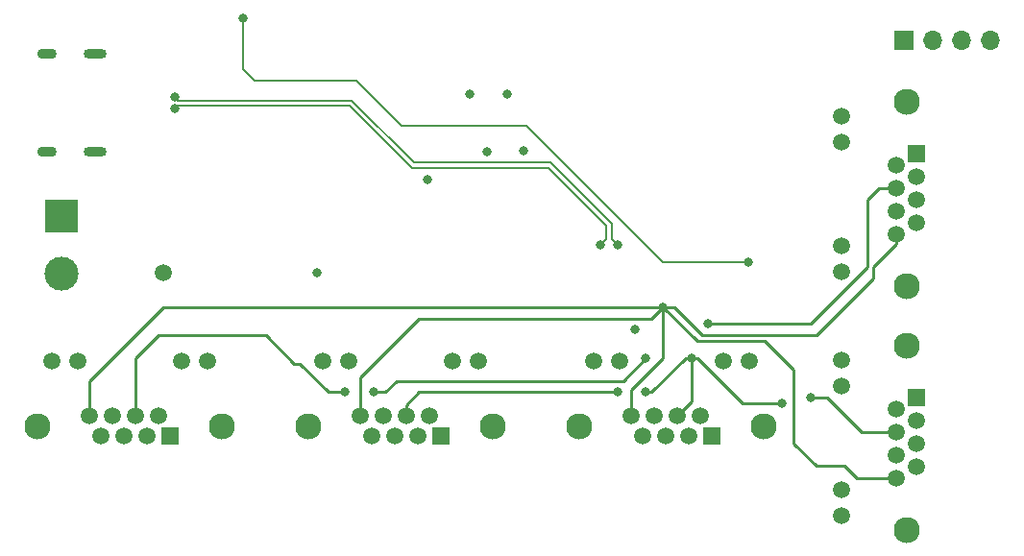
<source format=gbr>
%TF.GenerationSoftware,KiCad,Pcbnew,6.0.9+dfsg-1~bpo11+1*%
%TF.CreationDate,2022-12-30T22:29:48-06:00*%
%TF.ProjectId,Modular,4d6f6475-6c61-4722-9e6b-696361645f70,rev?*%
%TF.SameCoordinates,Original*%
%TF.FileFunction,Copper,L2,Inr*%
%TF.FilePolarity,Positive*%
%FSLAX46Y46*%
G04 Gerber Fmt 4.6, Leading zero omitted, Abs format (unit mm)*
G04 Created by KiCad (PCBNEW 6.0.9+dfsg-1~bpo11+1) date 2022-12-30 22:29:48*
%MOMM*%
%LPD*%
G01*
G04 APERTURE LIST*
%TA.AperFunction,ComponentPad*%
%ADD10R,1.500000X1.500000*%
%TD*%
%TA.AperFunction,ComponentPad*%
%ADD11C,1.500000*%
%TD*%
%TA.AperFunction,ComponentPad*%
%ADD12C,2.300000*%
%TD*%
%TA.AperFunction,ComponentPad*%
%ADD13O,1.700000X0.900000*%
%TD*%
%TA.AperFunction,ComponentPad*%
%ADD14O,2.000000X0.900000*%
%TD*%
%TA.AperFunction,ComponentPad*%
%ADD15R,3.000000X3.000000*%
%TD*%
%TA.AperFunction,ComponentPad*%
%ADD16C,3.000000*%
%TD*%
%TA.AperFunction,ComponentPad*%
%ADD17R,1.700000X1.700000*%
%TD*%
%TA.AperFunction,ComponentPad*%
%ADD18O,1.700000X1.700000*%
%TD*%
%TA.AperFunction,ViaPad*%
%ADD19C,0.800000*%
%TD*%
%TA.AperFunction,ViaPad*%
%ADD20C,1.500000*%
%TD*%
%TA.AperFunction,Conductor*%
%ADD21C,0.250000*%
%TD*%
%TA.AperFunction,Conductor*%
%ADD22C,0.200000*%
%TD*%
G04 APERTURE END LIST*
D10*
%TO.N,GNDREF*%
%TO.C,J5*%
X143310000Y-144875000D03*
D11*
%TO.N,/MOSI*%
X142294000Y-143095000D03*
%TO.N,unconnected-(J5-Pad3)*%
X141278000Y-144875000D03*
%TO.N,/MISO*%
X140262000Y-143095000D03*
%TO.N,unconnected-(J5-Pad5)*%
X139246000Y-144875000D03*
%TO.N,/CS_PDL*%
X138230000Y-143095000D03*
%TO.N,+5V*%
X137214000Y-144875000D03*
%TO.N,/SCLK*%
X136198000Y-143095000D03*
%TO.N,unconnected-(J5-Pad9)*%
X146610000Y-138275000D03*
%TO.N,unconnected-(J5-Pad10)*%
X144320000Y-138275000D03*
%TO.N,unconnected-(J5-Pad11)*%
X135180000Y-138275000D03*
%TO.N,unconnected-(J5-Pad12)*%
X132890000Y-138275000D03*
D12*
%TO.N,N/C*%
X147880000Y-143985000D03*
X131620000Y-143985000D03*
%TD*%
D13*
%TO.N,unconnected-(P1-PadS1)*%
%TO.C,P1*%
X84760000Y-119820000D03*
D14*
X88930000Y-119820000D03*
X88930000Y-111180000D03*
D13*
X84760000Y-111180000D03*
%TD*%
D10*
%TO.N,GNDREF*%
%TO.C,J6*%
X161375000Y-141440000D03*
D11*
%TO.N,/MOSI*%
X159595000Y-142456000D03*
%TO.N,unconnected-(J6-Pad3)*%
X161375000Y-143472000D03*
%TO.N,/MISO*%
X159595000Y-144488000D03*
%TO.N,unconnected-(J6-Pad5)*%
X161375000Y-145504000D03*
%TO.N,/CS_SHIF*%
X159595000Y-146520000D03*
%TO.N,+5V*%
X161375000Y-147536000D03*
%TO.N,/SCLK*%
X159595000Y-148552000D03*
%TO.N,unconnected-(J6-Pad9)*%
X154775000Y-138140000D03*
%TO.N,unconnected-(J6-Pad10)*%
X154775000Y-140430000D03*
%TO.N,unconnected-(J6-Pad11)*%
X154775000Y-149570000D03*
%TO.N,unconnected-(J6-Pad12)*%
X154775000Y-151860000D03*
D12*
%TO.N,N/C*%
X160485000Y-153130000D03*
X160485000Y-136870000D03*
%TD*%
D15*
%TO.N,GNDREF*%
%TO.C,J2*%
X86000000Y-125500000D03*
D16*
%TO.N,Net-(F1-Pad1)*%
X86000000Y-130580000D03*
%TD*%
D10*
%TO.N,GNDREF*%
%TO.C,J4*%
X119435000Y-144875000D03*
D11*
%TO.N,/MOSI*%
X118419000Y-143095000D03*
%TO.N,unconnected-(J4-Pad3)*%
X117403000Y-144875000D03*
%TO.N,/MISO*%
X116387000Y-143095000D03*
%TO.N,unconnected-(J4-Pad5)*%
X115371000Y-144875000D03*
%TO.N,/CS_SWF*%
X114355000Y-143095000D03*
%TO.N,+5V*%
X113339000Y-144875000D03*
%TO.N,/SCLK*%
X112323000Y-143095000D03*
%TO.N,unconnected-(J4-Pad9)*%
X122735000Y-138275000D03*
%TO.N,unconnected-(J4-Pad10)*%
X120445000Y-138275000D03*
%TO.N,unconnected-(J4-Pad11)*%
X111305000Y-138275000D03*
%TO.N,unconnected-(J4-Pad12)*%
X109015000Y-138275000D03*
D12*
%TO.N,N/C*%
X107745000Y-143985000D03*
X124005000Y-143985000D03*
%TD*%
D10*
%TO.N,GNDREF*%
%TO.C,J7*%
X95560000Y-144875000D03*
D11*
%TO.N,/MOSI*%
X94544000Y-143095000D03*
%TO.N,unconnected-(J7-Pad3)*%
X93528000Y-144875000D03*
%TO.N,/MISO*%
X92512000Y-143095000D03*
%TO.N,unconnected-(J7-Pad5)*%
X91496000Y-144875000D03*
%TO.N,/CS_A2*%
X90480000Y-143095000D03*
%TO.N,+5V*%
X89464000Y-144875000D03*
%TO.N,/SCLK*%
X88448000Y-143095000D03*
%TO.N,unconnected-(J7-Pad9)*%
X98860000Y-138275000D03*
%TO.N,unconnected-(J7-Pad10)*%
X96570000Y-138275000D03*
%TO.N,unconnected-(J7-Pad11)*%
X87430000Y-138275000D03*
%TO.N,unconnected-(J7-Pad12)*%
X85140000Y-138275000D03*
D12*
%TO.N,N/C*%
X100130000Y-143985000D03*
X83870000Y-143985000D03*
%TD*%
D17*
%TO.N,GNDREF*%
%TO.C,J1*%
X160250000Y-110000000D03*
D18*
%TO.N,/RX_ESP*%
X162790000Y-110000000D03*
%TO.N,/TX_ESP*%
X165330000Y-110000000D03*
%TO.N,+3.3V*%
X167870000Y-110000000D03*
%TD*%
D10*
%TO.N,GNDREF*%
%TO.C,J3*%
X161375000Y-119940000D03*
D11*
%TO.N,/MOSI*%
X159595000Y-120956000D03*
%TO.N,unconnected-(J3-Pad3)*%
X161375000Y-121972000D03*
%TO.N,/MISO*%
X159595000Y-122988000D03*
%TO.N,unconnected-(J3-Pad5)*%
X161375000Y-124004000D03*
%TO.N,/CS_A1*%
X159595000Y-125020000D03*
%TO.N,+5V*%
X161375000Y-126036000D03*
%TO.N,/SCLK*%
X159595000Y-127052000D03*
%TO.N,unconnected-(J3-Pad9)*%
X154775000Y-116640000D03*
%TO.N,unconnected-(J3-Pad10)*%
X154775000Y-118930000D03*
%TO.N,unconnected-(J3-Pad11)*%
X154775000Y-128070000D03*
%TO.N,unconnected-(J3-Pad12)*%
X154775000Y-130360000D03*
D12*
%TO.N,N/C*%
X160485000Y-115370000D03*
X160485000Y-131630000D03*
%TD*%
D19*
%TO.N,+3.3V*%
X123500000Y-119814000D03*
X118250000Y-122250000D03*
X125250000Y-114750000D03*
X108500000Y-130500000D03*
%TO.N,/MOSI*%
X136500000Y-135500000D03*
%TO.N,/MISO*%
X137500000Y-138000000D03*
X135000000Y-141000000D03*
X149500000Y-142000000D03*
X141500000Y-138000000D03*
X111000000Y-141000000D03*
X143000000Y-135000000D03*
X137500000Y-141000000D03*
X113500000Y-141000000D03*
X152000000Y-141500000D03*
%TO.N,/SCLK*%
X139000000Y-133500000D03*
%TO.N,Net-(C3-Pad1)*%
X122000000Y-114750000D03*
X126750000Y-119750000D03*
%TO.N,/D+*%
X135000000Y-128000000D03*
X96000000Y-115000000D03*
%TO.N,/D-*%
X133500000Y-128000000D03*
X96000000Y-116000000D03*
D20*
%TO.N,+5V*%
X95000000Y-130500000D03*
D19*
%TO.N,/BOOT*%
X102000000Y-108000000D03*
X146500000Y-129500000D03*
%TD*%
D21*
%TO.N,/MISO*%
X109500000Y-141000000D02*
X111000000Y-141000000D01*
X157000000Y-130000000D02*
X152000000Y-135000000D01*
X159595000Y-122988000D02*
X158012000Y-122988000D01*
X152000000Y-141500000D02*
X153500000Y-141500000D01*
X156488000Y-144488000D02*
X159595000Y-144488000D01*
X157000000Y-124000000D02*
X157000000Y-130000000D01*
X141500000Y-141857000D02*
X140262000Y-143095000D01*
X92512000Y-137988000D02*
X94500000Y-136000000D01*
X104000000Y-136000000D02*
X106500000Y-138500000D01*
X115500000Y-140000000D02*
X135500000Y-140000000D01*
X141000000Y-138000000D02*
X138000000Y-141000000D01*
X146000000Y-142000000D02*
X149500000Y-142000000D01*
X138000000Y-141000000D02*
X137500000Y-141000000D01*
X142000000Y-138000000D02*
X146000000Y-142000000D01*
X135500000Y-140000000D02*
X137500000Y-138000000D01*
X107000000Y-138500000D02*
X109500000Y-141000000D01*
X158012000Y-122988000D02*
X157000000Y-124000000D01*
X153500000Y-141500000D02*
X156488000Y-144488000D01*
X152000000Y-135000000D02*
X143000000Y-135000000D01*
X94500000Y-136000000D02*
X104000000Y-136000000D01*
X141500000Y-138000000D02*
X141000000Y-138000000D01*
X141500000Y-138000000D02*
X141500000Y-141857000D01*
X106500000Y-138500000D02*
X107000000Y-138500000D01*
X92512000Y-143095000D02*
X92512000Y-137988000D01*
X116387000Y-142113000D02*
X116387000Y-143095000D01*
X141500000Y-138000000D02*
X142000000Y-138000000D01*
X114500000Y-141000000D02*
X115500000Y-140000000D01*
X135000000Y-141000000D02*
X117500000Y-141000000D01*
X117500000Y-141000000D02*
X116387000Y-142113000D01*
X113500000Y-141000000D02*
X114500000Y-141000000D01*
%TO.N,/SCLK*%
X159595000Y-148552000D02*
X156052000Y-148552000D01*
X157500000Y-130000000D02*
X157500000Y-131000000D01*
X150500000Y-139000000D02*
X148000000Y-136500000D01*
X112323000Y-143095000D02*
X112323000Y-139677000D01*
X138000000Y-134500000D02*
X139000000Y-133500000D01*
X150500000Y-145500000D02*
X150500000Y-139000000D01*
X117500000Y-134500000D02*
X138000000Y-134500000D01*
X95000000Y-133500000D02*
X139000000Y-133500000D01*
X112323000Y-139677000D02*
X117500000Y-134500000D01*
X139000000Y-138000000D02*
X139000000Y-133500000D01*
X140000000Y-133500000D02*
X139000000Y-133500000D01*
X148000000Y-136500000D02*
X142000000Y-136500000D01*
X159595000Y-127905000D02*
X157500000Y-130000000D01*
X159595000Y-127052000D02*
X159595000Y-127905000D01*
X136198000Y-140802000D02*
X139000000Y-138000000D01*
X152500000Y-136000000D02*
X142500000Y-136000000D01*
X157500000Y-131000000D02*
X152500000Y-136000000D01*
X142000000Y-136500000D02*
X139000000Y-133500000D01*
X142500000Y-136000000D02*
X140000000Y-133500000D01*
X156052000Y-148552000D02*
X155000000Y-147500000D01*
X136198000Y-143095000D02*
X136198000Y-140802000D01*
X88448000Y-140052000D02*
X95000000Y-133500000D01*
X152500000Y-147500000D02*
X150500000Y-145500000D01*
X88448000Y-143095000D02*
X88448000Y-140052000D01*
X155000000Y-147500000D02*
X152500000Y-147500000D01*
D22*
%TO.N,/D+*%
X96274999Y-115274999D02*
X96000000Y-115000000D01*
X134475001Y-126156801D02*
X129093200Y-120775000D01*
X129093200Y-120775000D02*
X117093200Y-120775000D01*
X117093200Y-120775000D02*
X111593200Y-115275000D01*
X134475001Y-127475001D02*
X134475001Y-126156801D01*
X135000000Y-128000000D02*
X134475001Y-127475001D01*
X111593200Y-115275000D02*
X96274999Y-115274999D01*
%TO.N,/D-*%
X134024999Y-126343199D02*
X128906800Y-121225000D01*
X134024999Y-127475001D02*
X134024999Y-126343199D01*
X96274999Y-115725001D02*
X96000000Y-116000000D01*
X128906800Y-121225000D02*
X116906800Y-121225000D01*
X116906800Y-121225000D02*
X111406800Y-115725000D01*
X111406800Y-115725000D02*
X96274999Y-115725001D01*
X133500000Y-128000000D02*
X134024999Y-127475001D01*
%TO.N,/BOOT*%
X102000000Y-112500000D02*
X102000000Y-108000000D01*
X146500000Y-129500000D02*
X139000000Y-129500000D01*
X139000000Y-129500000D02*
X127000000Y-117500000D01*
X127000000Y-117500000D02*
X116000000Y-117500000D01*
X116000000Y-117500000D02*
X112000000Y-113500000D01*
X103000000Y-113500000D02*
X102000000Y-112500000D01*
X112000000Y-113500000D02*
X103000000Y-113500000D01*
%TD*%
M02*

</source>
